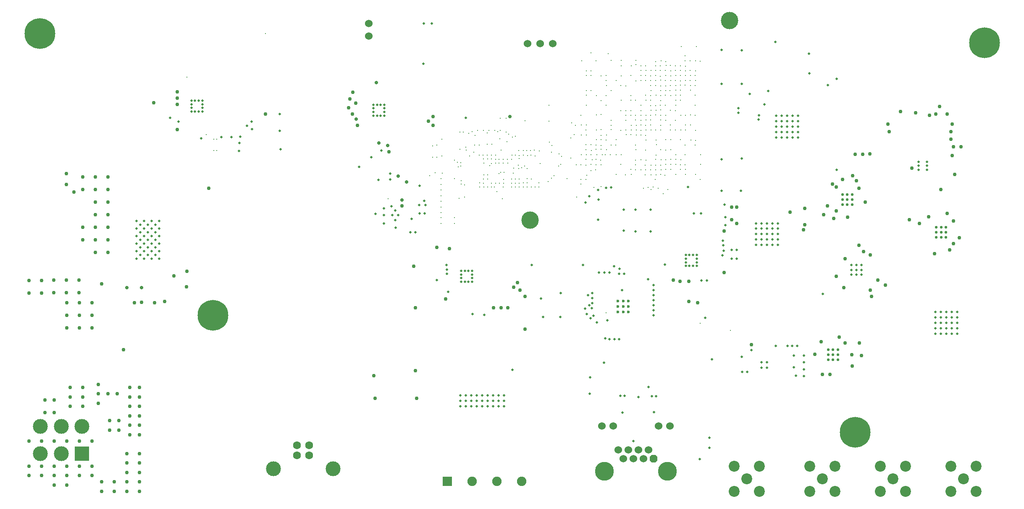
<source format=gbr>
%TF.GenerationSoftware,Altium Limited,Altium Designer,23.11.1 (41)*%
G04 Layer_Physical_Order=10*
G04 Layer_Color=65535*
%FSLAX45Y45*%
%MOMM*%
%TF.SameCoordinates,5B37CA9A-06B1-4671-AC7C-9F047A950D05*%
%TF.FilePolarity,Positive*%
%TF.FileFunction,Copper,L10,Inr,Signal*%
%TF.Part,Single*%
G01*
G75*
%TA.AperFunction,ComponentPad*%
%ADD110C,6.20000*%
%ADD111C,3.50000*%
%ADD112C,2.20000*%
%ADD113C,3.00000*%
%ADD114R,3.00000X3.00000*%
%ADD115R,1.90500X1.90500*%
%ADD116C,1.90500*%
%ADD117C,1.60000*%
%ADD118C,0.60000*%
%ADD119C,1.52400*%
G04:AMPARAMS|DCode=120|XSize=1.524mm|YSize=1.524mm|CornerRadius=0mm|HoleSize=0mm|Usage=FLASHONLY|Rotation=0.000|XOffset=0mm|YOffset=0mm|HoleType=Round|Shape=Octagon|*
%AMOCTAGOND120*
4,1,8,0.76200,-0.38100,0.76200,0.38100,0.38100,0.76200,-0.38100,0.76200,-0.76200,0.38100,-0.76200,-0.38100,-0.38100,-0.76200,0.38100,-0.76200,0.76200,-0.38100,0.0*
%
%ADD120OCTAGOND120*%

%ADD121C,3.81000*%
%TA.AperFunction,ViaPad*%
%ADD122C,0.76200*%
%ADD123C,0.50000*%
%ADD124C,0.30480*%
%ADD125C,0.50800*%
%ADD126C,0.71120*%
%ADD127C,0.55880*%
D110*
X16967200Y1447800D02*
D03*
X19574646Y9311709D02*
D03*
X533400Y9499600D02*
D03*
X4025798Y3806550D02*
D03*
D111*
X14438298Y9761666D02*
D03*
X10418298Y5731666D02*
D03*
D112*
X19151601Y507200D02*
D03*
X19405600Y761200D02*
D03*
Y253200D02*
D03*
X18897600D02*
D03*
Y761200D02*
D03*
X17729201Y508000D02*
D03*
X17983200Y762000D02*
D03*
Y254000D02*
D03*
X17475200D02*
D03*
Y762000D02*
D03*
X16306799Y508000D02*
D03*
X16560800Y762000D02*
D03*
Y254000D02*
D03*
X16052800D02*
D03*
Y762000D02*
D03*
X14782800Y508000D02*
D03*
X15036800Y762000D02*
D03*
Y254000D02*
D03*
X14528799D02*
D03*
Y762000D02*
D03*
D113*
X545200Y1017050D02*
D03*
X965200D02*
D03*
X545200Y1567050D02*
D03*
X965200D02*
D03*
X1385200D02*
D03*
X5240000Y711200D02*
D03*
X6444000D02*
D03*
D114*
X1385200Y1017050D02*
D03*
D115*
X8749600Y457200D02*
D03*
D116*
X9249600D02*
D03*
X9749600D02*
D03*
X10249600D02*
D03*
D117*
X5967000Y1181200D02*
D03*
X5717000D02*
D03*
X5967000Y981200D02*
D03*
X5717000D02*
D03*
D118*
X12400600Y4095600D02*
D03*
Y3988600D02*
D03*
Y3881600D02*
D03*
X12293600Y4095600D02*
D03*
Y3988600D02*
D03*
Y3881600D02*
D03*
X12186600Y4095600D02*
D03*
Y3988600D02*
D03*
Y3881600D02*
D03*
D119*
X13004800Y1574800D02*
D03*
X12090400D02*
D03*
X13233400D02*
D03*
X12192000Y1092200D02*
D03*
X12395200D02*
D03*
X12598400D02*
D03*
X12801601D02*
D03*
X12293600Y914400D02*
D03*
X12496800D02*
D03*
X12700000D02*
D03*
X11861800Y1574800D02*
D03*
X7162800Y9702800D02*
D03*
Y9448800D02*
D03*
X10871200Y9296400D02*
D03*
X10363200D02*
D03*
X10617200D02*
D03*
D120*
X12903200Y914400D02*
D03*
D121*
X11912600Y660400D02*
D03*
X13182600D02*
D03*
D122*
X2222500Y3111500D02*
D03*
X571500Y4254500D02*
D03*
Y4508500D02*
D03*
X317500Y4254500D02*
D03*
Y4508500D02*
D03*
X1079500Y3810000D02*
D03*
Y3556000D02*
D03*
Y4064000D02*
D03*
X817791Y4517800D02*
D03*
Y4263800D02*
D03*
X1325791Y4517800D02*
D03*
X1071791D02*
D03*
X1325791Y4263800D02*
D03*
X1071791D02*
D03*
X1587500Y4064000D02*
D03*
X1333500D02*
D03*
X1587500Y3556000D02*
D03*
Y3810000D02*
D03*
X1333500Y3556000D02*
D03*
Y3810000D02*
D03*
X1219200Y6299200D02*
D03*
X1778000Y4445000D02*
D03*
X1905000Y5080000D02*
D03*
X1651000D02*
D03*
Y6096000D02*
D03*
Y5842000D02*
D03*
Y5588000D02*
D03*
X1905000Y6096000D02*
D03*
Y5842000D02*
D03*
Y5588000D02*
D03*
X1397000D02*
D03*
X1905000Y5334000D02*
D03*
X1651000D02*
D03*
X1397000D02*
D03*
Y6350000D02*
D03*
X1651000D02*
D03*
X1905000D02*
D03*
X1397000Y6604000D02*
D03*
X1651000D02*
D03*
X1905000D02*
D03*
X15661127Y5889671D02*
D03*
X15925800Y5537200D02*
D03*
X15951199Y5638800D02*
D03*
Y5969000D02*
D03*
X16332201Y5842000D02*
D03*
X16408400Y6019800D02*
D03*
X16510736Y6461760D02*
D03*
X16535400Y5765800D02*
D03*
X16814799Y5791200D02*
D03*
X16586200Y5918200D02*
D03*
Y6400800D02*
D03*
X16713200Y6553200D02*
D03*
X16992599Y6527800D02*
D03*
X16916400Y6629400D02*
D03*
X17170399Y6096000D02*
D03*
X17043401Y6375400D02*
D03*
X18872200Y5130800D02*
D03*
X18059399Y5740400D02*
D03*
X18262601Y5664200D02*
D03*
X18567400Y5054600D02*
D03*
X18948399Y5257800D02*
D03*
X19067780Y5377180D02*
D03*
X18948399Y5715000D02*
D03*
X18821400Y5867400D02*
D03*
X18449211Y5796400D02*
D03*
X18465800Y7848600D02*
D03*
X18592799Y7874000D02*
D03*
X18821400D02*
D03*
X17627600Y7670800D02*
D03*
X17653000Y7518400D02*
D03*
X18186400Y7899400D02*
D03*
X17881599Y7924800D02*
D03*
X18694400Y6350000D02*
D03*
X18110201Y6781800D02*
D03*
X18973801Y6654800D02*
D03*
X18923000Y7035800D02*
D03*
X19100800Y7213600D02*
D03*
X18948399D02*
D03*
X18897600Y7366000D02*
D03*
Y7518400D02*
D03*
X18923000Y7670800D02*
D03*
X18669000Y8026400D02*
D03*
X17272000Y5029200D02*
D03*
X17043401Y5224780D02*
D03*
X17136404Y5096805D02*
D03*
X16764000Y4953000D02*
D03*
X17576801Y4419600D02*
D03*
X17424400Y4521200D02*
D03*
X17272000Y4318000D02*
D03*
X16586200Y4597400D02*
D03*
X16738600Y4368800D02*
D03*
X17297400Y4191000D02*
D03*
X16648198Y3367002D02*
D03*
X16154401Y3022600D02*
D03*
X16306799Y2616200D02*
D03*
X16459998Y2616998D02*
D03*
X16913206Y2784135D02*
D03*
X17094200Y2997200D02*
D03*
X17052296Y3251200D02*
D03*
X16901402Y3012198D02*
D03*
X16764000Y3251200D02*
D03*
X16281400Y3276600D02*
D03*
X8534400Y5181600D02*
D03*
X8788400Y5156200D02*
D03*
X8712200Y4140200D02*
D03*
X7264400Y2590800D02*
D03*
X7289800Y2133600D02*
D03*
X8128000D02*
D03*
X8102600Y2692400D02*
D03*
X8075400Y4802400D02*
D03*
X8102600Y3962400D02*
D03*
X9829800D02*
D03*
X9677400D02*
D03*
X9964400Y3962059D02*
D03*
X10312400Y3530600D02*
D03*
Y4191000D02*
D03*
X10210800Y4318000D02*
D03*
X10083800Y4376000D02*
D03*
X10160000Y4470400D02*
D03*
X13792200Y4064000D02*
D03*
X14478000Y5994400D02*
D03*
X14579601D02*
D03*
Y5664200D02*
D03*
X14478000Y5740400D02*
D03*
X14325600Y5511800D02*
D03*
Y4673600D02*
D03*
X13302000Y4523627D02*
D03*
X13614400Y4089400D02*
D03*
X13435201Y4499200D02*
D03*
X13614400Y4495800D02*
D03*
X6832600Y7874000D02*
D03*
X6937790Y7641810D02*
D03*
X8458200Y7645400D02*
D03*
Y7823200D02*
D03*
X8371790Y7731810D02*
D03*
X7569200Y7112000D02*
D03*
X6784810Y8181810D02*
D03*
X6904707Y8091810D02*
D03*
X6756400Y8001000D02*
D03*
X6846990Y8316810D02*
D03*
X7837408Y6016679D02*
D03*
X3937000Y6375400D02*
D03*
X2844800Y4064000D02*
D03*
X3048000Y4089400D02*
D03*
X3493810Y4382810D02*
D03*
X3501390Y4702810D02*
D03*
X3235706Y4607306D02*
D03*
X2438400Y4064000D02*
D03*
X2585806Y4068994D02*
D03*
X3302000Y7556500D02*
D03*
X2832540Y8103040D02*
D03*
X3302000Y8064500D02*
D03*
Y8318500D02*
D03*
Y8191500D02*
D03*
X5080000Y7874000D02*
D03*
X14876781Y3220720D02*
D03*
X17119600Y7061200D02*
D03*
X17270139Y7067129D02*
D03*
X16967200Y7061200D02*
D03*
X1066800Y6671060D02*
D03*
Y6451600D02*
D03*
X2129040Y1683967D02*
D03*
Y1493467D02*
D03*
X1938540D02*
D03*
Y1683967D02*
D03*
X1397000Y2349500D02*
D03*
Y2159000D02*
D03*
Y1968500D02*
D03*
X1143000Y2349500D02*
D03*
Y2159000D02*
D03*
Y1968500D02*
D03*
X1333500Y1270000D02*
D03*
X1587500D02*
D03*
X825500D02*
D03*
X1079500D02*
D03*
X317500D02*
D03*
X571500D02*
D03*
Y762000D02*
D03*
X317500D02*
D03*
X635000Y1841500D02*
D03*
Y2095500D02*
D03*
X825500Y1841500D02*
D03*
Y2095500D02*
D03*
X571500Y571500D02*
D03*
X317500D02*
D03*
X825500Y381000D02*
D03*
X1079500D02*
D03*
X1587500Y571500D02*
D03*
X1333500D02*
D03*
X1079500D02*
D03*
X825500D02*
D03*
Y762000D02*
D03*
X1079500D02*
D03*
X1333500D02*
D03*
X1587500D02*
D03*
X1905000Y2222500D02*
D03*
X2349500Y1587500D02*
D03*
Y1778000D02*
D03*
X2095500Y2222500D02*
D03*
X2349500Y1397000D02*
D03*
X1714500Y2032000D02*
D03*
X2540000Y1016000D02*
D03*
X2286000D02*
D03*
X2540000Y825500D02*
D03*
X2286000D02*
D03*
X2540000Y635000D02*
D03*
X2286000D02*
D03*
X2540000Y444500D02*
D03*
X2286000D02*
D03*
X2032000D02*
D03*
X1778000D02*
D03*
Y254000D02*
D03*
X2032000D02*
D03*
X2286000D02*
D03*
X2540000D02*
D03*
X1714500Y2222500D02*
D03*
Y2413000D02*
D03*
X2540000Y2349500D02*
D03*
X2349500D02*
D03*
Y2159000D02*
D03*
Y1968500D02*
D03*
X2540000Y1397000D02*
D03*
Y1587500D02*
D03*
Y1778000D02*
D03*
Y1968500D02*
D03*
Y2159000D02*
D03*
D123*
X18416400Y6751400D02*
D03*
Y6829400D02*
D03*
Y6907400D02*
D03*
X18244400D02*
D03*
Y6829400D02*
D03*
Y6751400D02*
D03*
X7697408Y5734796D02*
D03*
X7754908Y5829796D02*
D03*
X7639908D02*
D03*
X7697408Y5924796D02*
D03*
X7477600Y7915310D02*
D03*
Y7988310D02*
D03*
Y8061810D02*
D03*
X7331065Y7841770D02*
D03*
X7404065D02*
D03*
X7477565D02*
D03*
X7257400Y7915310D02*
D03*
Y7841810D02*
D03*
Y7988310D02*
D03*
Y8061810D02*
D03*
X7331100D02*
D03*
X7404100D02*
D03*
X13555200Y4951600D02*
D03*
Y4878600D02*
D03*
Y4804900D02*
D03*
X13628700D02*
D03*
X13775200D02*
D03*
X13701700D02*
D03*
X13775240Y5025065D02*
D03*
Y4951565D02*
D03*
Y4878565D02*
D03*
X13555200Y5025100D02*
D03*
X13628700D02*
D03*
X13701700D02*
D03*
X3810035Y7998340D02*
D03*
Y8071339D02*
D03*
Y8144839D02*
D03*
X3663500Y7924800D02*
D03*
X3736500D02*
D03*
X3810000D02*
D03*
X3589835Y7998340D02*
D03*
Y7924840D02*
D03*
Y8071339D02*
D03*
Y8144839D02*
D03*
X3663535D02*
D03*
X3736535D02*
D03*
X15814799Y7400000D02*
D03*
X15704800D02*
D03*
X15594800D02*
D03*
X15484801D02*
D03*
X15374800D02*
D03*
X15814799Y7510000D02*
D03*
X15704800D02*
D03*
X15594800D02*
D03*
X15484801D02*
D03*
X15374800D02*
D03*
X15814799Y7620000D02*
D03*
X15704800D02*
D03*
X15594800D02*
D03*
X15484801D02*
D03*
X15374800D02*
D03*
X15814799Y7730000D02*
D03*
X15704800D02*
D03*
X15594800D02*
D03*
X15484801D02*
D03*
X15374800D02*
D03*
X15814799Y7840000D02*
D03*
X15704800D02*
D03*
X15594800D02*
D03*
X15484801D02*
D03*
X15374800D02*
D03*
X17097539Y4627652D02*
D03*
X16997539D02*
D03*
Y4827652D02*
D03*
X16897539D02*
D03*
Y4627652D02*
D03*
Y4727652D02*
D03*
X16997539D02*
D03*
X17097539Y4827652D02*
D03*
Y4727652D02*
D03*
X15193401Y2861700D02*
D03*
Y2751700D02*
D03*
X15083400Y2861700D02*
D03*
Y2751700D02*
D03*
X9249500Y4559500D02*
D03*
Y4632500D02*
D03*
Y4706000D02*
D03*
X9102965Y4485960D02*
D03*
X9175965D02*
D03*
X9249465D02*
D03*
X9029300Y4559500D02*
D03*
Y4486000D02*
D03*
Y4632500D02*
D03*
Y4706000D02*
D03*
X9103000D02*
D03*
X9176000D02*
D03*
X18584399Y3877600D02*
D03*
X18694400D02*
D03*
X18804401D02*
D03*
X18914400D02*
D03*
X19024400D02*
D03*
X18584399Y3767600D02*
D03*
X18694400D02*
D03*
X18804401D02*
D03*
X18914400D02*
D03*
X19024400D02*
D03*
X18584399Y3657600D02*
D03*
X18694400D02*
D03*
X18804401D02*
D03*
X18914400D02*
D03*
X19024400D02*
D03*
X18584399Y3547600D02*
D03*
X18694400D02*
D03*
X18804401D02*
D03*
X18914400D02*
D03*
X19024400D02*
D03*
X18584399Y3437600D02*
D03*
X18694400D02*
D03*
X18804401D02*
D03*
X18914400D02*
D03*
X19024400D02*
D03*
X15409200Y5228300D02*
D03*
X15299200D02*
D03*
X15189200D02*
D03*
X15079201D02*
D03*
X14969200D02*
D03*
X15409200Y5338300D02*
D03*
X15299200D02*
D03*
X15189200D02*
D03*
X15079201D02*
D03*
X14969200D02*
D03*
X15409200Y5448300D02*
D03*
X15299200D02*
D03*
X15189200D02*
D03*
X15079201D02*
D03*
X14969200D02*
D03*
X15409200Y5558300D02*
D03*
X15299200D02*
D03*
X15189200D02*
D03*
X15079201D02*
D03*
X14969200D02*
D03*
X15409200Y5668300D02*
D03*
X15299200D02*
D03*
X15189200D02*
D03*
X15079201D02*
D03*
X14969200D02*
D03*
X9008800Y1972800D02*
D03*
Y2082800D02*
D03*
Y2192800D02*
D03*
X9118800Y1972800D02*
D03*
Y2082800D02*
D03*
Y2192800D02*
D03*
X9228800Y1972800D02*
D03*
Y2082800D02*
D03*
Y2192800D02*
D03*
X9338800Y1972800D02*
D03*
Y2082800D02*
D03*
Y2192800D02*
D03*
X9448800Y1972800D02*
D03*
Y2082800D02*
D03*
Y2192800D02*
D03*
X9558800Y1972800D02*
D03*
Y2082800D02*
D03*
Y2192800D02*
D03*
X9668800Y1972800D02*
D03*
Y2082800D02*
D03*
Y2192800D02*
D03*
X9778800Y1972800D02*
D03*
Y2082800D02*
D03*
Y2192800D02*
D03*
X9888800Y1972800D02*
D03*
Y2082800D02*
D03*
Y2192800D02*
D03*
D124*
X10117598Y7421102D02*
D03*
X8892588Y5778500D02*
D03*
Y6944360D02*
D03*
X8623300Y5664200D02*
D03*
X13849350Y3651250D02*
D03*
X14452600Y3505200D02*
D03*
X3500540Y8618640D02*
D03*
X3884835Y7456265D02*
D03*
X4102100Y7137400D02*
D03*
X4038600D02*
D03*
Y7366000D02*
D03*
X4102100D02*
D03*
X10797540Y8054340D02*
D03*
X10795000Y7733050D02*
D03*
X10317500Y7739400D02*
D03*
X9873902Y6879987D02*
D03*
X9954225Y7315200D02*
D03*
X10051413Y7043810D02*
D03*
X9830678Y7144142D02*
D03*
X9391480Y7243216D02*
D03*
X10198082Y7034285D02*
D03*
X9131300Y7142480D02*
D03*
X9302750Y7245350D02*
D03*
X8986520Y6172200D02*
D03*
X9024620Y6456680D02*
D03*
X8968740Y6804660D02*
D03*
X8950960Y6901180D02*
D03*
X10184939Y7135321D02*
D03*
X10064750Y7410450D02*
D03*
X9810750Y7374890D02*
D03*
X9645650Y7263130D02*
D03*
X9552618Y7264400D02*
D03*
X9555480Y7493000D02*
D03*
X9633933Y7042163D02*
D03*
X9987280Y7470140D02*
D03*
X9761220Y7518400D02*
D03*
X9311640Y7439660D02*
D03*
X9123680Y7203440D02*
D03*
X9552618Y7043020D02*
D03*
X9093200Y6197600D02*
D03*
X10039980Y6479987D02*
D03*
X10124458Y6479987D02*
D03*
X12446000Y6756400D02*
D03*
X11945620Y3863340D02*
D03*
X13137086Y6641132D02*
D03*
X13051463Y6655510D02*
D03*
X13103860Y6261100D02*
D03*
X12999977Y6374126D02*
D03*
X12899977Y6400996D02*
D03*
X13195300Y6351009D02*
D03*
X13151463Y6755510D02*
D03*
X12799977Y6390026D02*
D03*
X12458700Y6654800D02*
D03*
X12851129Y6840967D02*
D03*
X12755880Y6945630D02*
D03*
X12338100Y6642100D02*
D03*
X12748260Y7147560D02*
D03*
X12651184Y6950202D02*
D03*
X12649200Y6748780D02*
D03*
X12544454Y6751474D02*
D03*
Y6851474D02*
D03*
X13251463Y6755510D02*
D03*
X13048489Y6844464D02*
D03*
X13251463Y6955510D02*
D03*
Y6855510D02*
D03*
X13451463Y6755510D02*
D03*
X13551463D02*
D03*
X13444453Y6851474D02*
D03*
X13351463Y6855510D02*
D03*
Y6655510D02*
D03*
X13155499Y6948500D02*
D03*
X13351463Y7055510D02*
D03*
X13251463Y7155510D02*
D03*
X13749020Y8549640D02*
D03*
X13545821Y8839200D02*
D03*
X12750800Y8750300D02*
D03*
X12951460Y8549640D02*
D03*
X13251180D02*
D03*
X13548360Y8651240D02*
D03*
X13654865Y8449135D02*
D03*
X13540286Y8458200D02*
D03*
X13645090Y8550839D02*
D03*
Y8950839D02*
D03*
X13749126Y8945099D02*
D03*
X13645090Y8750839D02*
D03*
X13650829Y8654875D02*
D03*
X13549126Y8745099D02*
D03*
X13545090Y8950839D02*
D03*
Y9050839D02*
D03*
X13650829Y7654875D02*
D03*
X13345090Y7750839D02*
D03*
X13454865Y7549135D02*
D03*
X13345090Y7550839D02*
D03*
X13245090D02*
D03*
X13049126Y7645099D02*
D03*
Y7845099D02*
D03*
X13050830Y7954875D02*
D03*
X12750829Y8154875D02*
D03*
X12850830D02*
D03*
X12745089Y8250839D02*
D03*
X12849126Y8245099D02*
D03*
X12954053Y8259088D02*
D03*
X13454865Y7849135D02*
D03*
X13245090Y7950839D02*
D03*
X13145090Y8050839D02*
D03*
X13045090D02*
D03*
X13254865Y8249135D02*
D03*
X13049126Y8245099D02*
D03*
X13145090Y8250839D02*
D03*
X13045090Y8850839D02*
D03*
X13157201Y8851900D02*
D03*
X12945090Y8850839D02*
D03*
Y8650839D02*
D03*
X13150830Y8654875D02*
D03*
X13245090Y8450839D02*
D03*
X13354865Y8149135D02*
D03*
X13450830Y8254875D02*
D03*
X13350830Y8354875D02*
D03*
X13151974Y8932649D02*
D03*
X13045090Y8750839D02*
D03*
X13044455Y8637305D02*
D03*
X12947981Y8932645D02*
D03*
X12845090Y8550839D02*
D03*
X12745089D02*
D03*
X12945090Y8450839D02*
D03*
X13049126Y8445099D02*
D03*
X13054865Y8949135D02*
D03*
X13249126Y8745099D02*
D03*
X13145090Y8750839D02*
D03*
X13249126Y8645099D02*
D03*
X13445090Y8850839D02*
D03*
Y8750839D02*
D03*
X13350830Y8654875D02*
D03*
X13450830D02*
D03*
X13449126Y8545099D02*
D03*
X13550830Y8554875D02*
D03*
X13450830Y8454875D02*
D03*
X13354865Y8449135D02*
D03*
X13049126Y8345099D02*
D03*
X13149126D02*
D03*
X13144501Y8547100D02*
D03*
X13149126Y8445099D02*
D03*
X12650469Y8552497D02*
D03*
Y8651987D02*
D03*
X12651572Y8753600D02*
D03*
X12848489Y8644464D02*
D03*
X12851463Y8755510D02*
D03*
X12549977Y8870475D02*
D03*
X12553490Y8953500D02*
D03*
X12152864Y8547100D02*
D03*
X11950982Y8548700D02*
D03*
X13151463Y6855510D02*
D03*
X13055499Y6948500D02*
D03*
Y6748500D02*
D03*
X12852400Y6350000D02*
D03*
X12848489Y6744464D02*
D03*
X12738100Y6642100D02*
D03*
X12740482Y6844528D02*
D03*
X11950700Y8648700D02*
D03*
X11849100Y7861300D02*
D03*
X11751464Y7855510D02*
D03*
X12052300Y7556500D02*
D03*
X12966701Y7251700D02*
D03*
X13150850Y7143750D02*
D03*
X13244453Y7651474D02*
D03*
X13551463Y7655510D02*
D03*
X13550900Y7848600D02*
D03*
X13347701Y7937500D02*
D03*
X13356064Y8255000D02*
D03*
X13235141Y8346187D02*
D03*
X12351464Y7455510D02*
D03*
X12700000Y6376409D02*
D03*
X12955499Y6648500D02*
D03*
X12943840Y6555740D02*
D03*
X12855499Y6648500D02*
D03*
X12748490Y6744464D02*
D03*
X12944453Y6751474D02*
D03*
X12948489Y6844464D02*
D03*
X12959081Y7045960D02*
D03*
X12448490Y8244464D02*
D03*
X12348490Y7744464D02*
D03*
X13844453Y6551474D02*
D03*
X13551463Y6655510D02*
D03*
X13544453Y6851474D02*
D03*
X13851463Y7055510D02*
D03*
X13544453Y7251474D02*
D03*
X12951463Y6955510D02*
D03*
X13251463Y7355510D02*
D03*
X13744450Y7851471D02*
D03*
X13744453Y8251474D02*
D03*
Y8651474D02*
D03*
X13848489Y8944464D02*
D03*
X13348489Y8844464D02*
D03*
X12451464Y8655510D02*
D03*
X12655500Y8848500D02*
D03*
X12255500D02*
D03*
X12251464Y8955510D02*
D03*
X11444454Y7851474D02*
D03*
X12048490Y7744464D02*
D03*
Y7244464D02*
D03*
X12247880Y6855460D02*
D03*
X11851640Y6405880D02*
D03*
X12538098Y6942099D02*
D03*
X13544453Y7051474D02*
D03*
X13751463Y6655510D02*
D03*
X12037660Y7055410D02*
D03*
X11871960Y7056120D02*
D03*
X11841480Y6944360D02*
D03*
X11936310Y7053580D02*
D03*
X11736345Y6745245D02*
D03*
X11744960Y6845881D02*
D03*
X11561911Y6636851D02*
D03*
X12551464Y7155510D02*
D03*
X12544454Y7251474D02*
D03*
X13051463Y7155510D02*
D03*
X13151463Y7355510D02*
D03*
X13851463Y6855510D02*
D03*
X13051463Y8555510D02*
D03*
X13451463Y8355510D02*
D03*
Y8155510D02*
D03*
X13351463Y8055510D02*
D03*
X13651463Y7855510D02*
D03*
X13744453Y8051474D02*
D03*
X13651463Y8355510D02*
D03*
X13744453Y8451474D02*
D03*
X13771523Y9238563D02*
D03*
X13461313Y9234527D02*
D03*
X13748489Y8744464D02*
D03*
X13344453Y8551474D02*
D03*
Y8751474D02*
D03*
X13246100Y8851900D02*
D03*
X11645900Y9105900D02*
D03*
X11988800Y9093200D02*
D03*
X11849100Y7442200D02*
D03*
X12052300Y7645400D02*
D03*
X12151464Y6655510D02*
D03*
X13455499Y6948500D02*
D03*
X13351463Y6955510D02*
D03*
X13451463Y7355510D02*
D03*
X13655499Y7348500D02*
D03*
X13748489Y7344464D02*
D03*
X13744453Y7251474D02*
D03*
X13551463Y7555510D02*
D03*
X13748489Y7544464D02*
D03*
X12455500Y7648500D02*
D03*
X12451464Y7455510D02*
D03*
X12555500Y7448500D02*
D03*
X12755500Y7348500D02*
D03*
X12648490Y7544464D02*
D03*
X12655500Y7448500D02*
D03*
X12555500Y7648500D02*
D03*
X12651464Y7655510D02*
D03*
X12855499Y7548500D02*
D03*
X12751464Y7755510D02*
D03*
X12748490Y7644464D02*
D03*
X12751464Y7555510D02*
D03*
X12748490Y7444464D02*
D03*
X12955499Y7348500D02*
D03*
X12951463Y7555510D02*
D03*
X13051463D02*
D03*
Y7755510D02*
D03*
X12844453Y7751474D02*
D03*
Y7651474D02*
D03*
X13155499Y7748500D02*
D03*
X13148486Y7844461D02*
D03*
X13048489Y8144464D02*
D03*
X12948489Y8044464D02*
D03*
X12844453Y8451474D02*
D03*
X12855499Y8348500D02*
D03*
X12744454Y8651474D02*
D03*
X12949277Y8750987D02*
D03*
X12748490Y8844464D02*
D03*
X12455500Y8848500D02*
D03*
X12548490Y8544464D02*
D03*
X12244454Y8451474D02*
D03*
X12348490Y8444464D02*
D03*
X11955500Y8448500D02*
D03*
X12255500Y8648500D02*
D03*
X11455500Y8948500D02*
D03*
X12051464Y8955510D02*
D03*
X11744454Y8951474D02*
D03*
X11555500Y8748500D02*
D03*
X11648490Y8744464D02*
D03*
X11848490Y8644464D02*
D03*
X11644454Y8651474D02*
D03*
X11551464Y8655510D02*
D03*
X11648490Y8344464D02*
D03*
X11551464Y8055510D02*
D03*
Y8255510D02*
D03*
X11555500Y8348500D02*
D03*
X11755500Y8248500D02*
D03*
X12048490Y8344464D02*
D03*
X11948490Y8244464D02*
D03*
X11951464Y8055510D02*
D03*
X11848489Y8144461D02*
D03*
X12251464Y8155510D02*
D03*
X12451464D02*
D03*
X12848489Y8044464D02*
D03*
X12544454Y8151474D02*
D03*
X12651464Y8055510D02*
D03*
X12951463Y7855510D02*
D03*
X12848489Y7844464D02*
D03*
X12955499Y7948500D02*
D03*
X12855499D02*
D03*
X12648490Y7944464D02*
D03*
X12448490D02*
D03*
X12248490D02*
D03*
X12348490D02*
D03*
X12348488Y7844461D02*
D03*
X12447627Y7849287D02*
D03*
X12755500Y7848500D02*
D03*
X12655500D02*
D03*
X12544454Y7851474D02*
D03*
X12648490Y7744464D02*
D03*
X12544454Y7751474D02*
D03*
X12555500Y7548500D02*
D03*
X12248490Y7544464D02*
D03*
X12455500Y7548500D02*
D03*
X12344454Y7551474D02*
D03*
X12153900Y7353300D02*
D03*
X12151464Y7055510D02*
D03*
X12255500Y7048500D02*
D03*
X11031220Y6859940D02*
D03*
X11644555D02*
D03*
X11843461Y7556500D02*
D03*
X11699977Y6388100D02*
D03*
X9721295Y7039987D02*
D03*
X9588500Y7543800D02*
D03*
X9563100Y6642100D02*
D03*
X9859010Y6160770D02*
D03*
X7551358Y6167058D02*
D03*
X8394700Y6629400D02*
D03*
X8502650Y6686550D02*
D03*
X8540750Y7245350D02*
D03*
X8451850Y7232650D02*
D03*
X8540750Y7004050D02*
D03*
X8451850D02*
D03*
X8890000Y5664200D02*
D03*
X9004300Y7505700D02*
D03*
X9931400Y7785100D02*
D03*
X9817100D02*
D03*
X8636000Y7366000D02*
D03*
Y7023100D02*
D03*
X8648700Y6680200D02*
D03*
X8623300Y6565900D02*
D03*
Y6451600D02*
D03*
Y6337300D02*
D03*
Y6223000D02*
D03*
Y6108700D02*
D03*
Y5994400D02*
D03*
Y5880100D02*
D03*
Y5778500D02*
D03*
X10199980Y6559987D02*
D03*
X10119980D02*
D03*
X10039980D02*
D03*
X9873902Y6959324D02*
D03*
X9786714Y6879987D02*
D03*
X9067800Y7505700D02*
D03*
X9182100Y7480300D02*
D03*
X9098262Y6443962D02*
D03*
X9029700Y6527800D02*
D03*
X8890000Y6565900D02*
D03*
X9486900Y6642100D02*
D03*
X9478377Y6558669D02*
D03*
X9563100Y6564378D02*
D03*
X9601200Y6832600D02*
D03*
X9194800Y7023100D02*
D03*
X9931400Y7506896D02*
D03*
X10048258Y6959714D02*
D03*
X9957296Y6959987D02*
D03*
X9964438Y6883042D02*
D03*
X10353642Y6774780D02*
D03*
X9894792Y6692834D02*
D03*
X10846853Y6582193D02*
D03*
X10303434Y6821496D02*
D03*
X10896600Y6629400D02*
D03*
X9826239Y6694767D02*
D03*
X9017000Y6888480D02*
D03*
Y6819900D02*
D03*
X9004300Y7162801D02*
D03*
X9283700Y7099300D02*
D03*
X9389987Y7041553D02*
D03*
X9479979Y6477354D02*
D03*
X9245600Y7518400D02*
D03*
X9471302Y7040571D02*
D03*
X9817100Y7543800D02*
D03*
X9702800D02*
D03*
X9474200D02*
D03*
X9359900D02*
D03*
X11744555Y6960656D02*
D03*
X11760646Y7055410D02*
D03*
X11353800Y6197600D02*
D03*
X9634914Y6965052D02*
D03*
X9559980D02*
D03*
X9639979Y6878671D02*
D03*
X9479980Y6965052D02*
D03*
X9483729Y6883737D02*
D03*
X9398000Y6484620D02*
D03*
X9396899Y6402239D02*
D03*
X9489459Y6398860D02*
D03*
X9641849Y6399948D02*
D03*
X9745980Y6307045D02*
D03*
X10083833Y6778660D02*
D03*
X11546840Y7150100D02*
D03*
X11549978Y7049986D02*
D03*
X10180466Y6843350D02*
D03*
X11449977Y7049986D02*
D03*
X10185530Y6774957D02*
D03*
X11541760Y6957060D02*
D03*
X10993120Y6827538D02*
D03*
X11541660Y7256163D02*
D03*
X11048475Y7022920D02*
D03*
X10195560Y6972300D02*
D03*
X11640820Y7259320D02*
D03*
X11666220Y6951980D02*
D03*
X11646037Y7050903D02*
D03*
X11442869Y6553031D02*
D03*
X11849100Y7243025D02*
D03*
X11239500Y7394734D02*
D03*
X10857359Y7240140D02*
D03*
X9697474Y6400370D02*
D03*
X10623207Y6873288D02*
D03*
X10607040Y7129780D02*
D03*
X11236912Y6982460D02*
D03*
X10076180Y6683412D02*
D03*
X10284460Y7043420D02*
D03*
X10363200Y7038340D02*
D03*
X10283999Y7135321D02*
D03*
X10345420Y7139940D02*
D03*
X10502900Y7142480D02*
D03*
X10426700Y7137400D02*
D03*
X10119980Y7039985D02*
D03*
X10432010Y7039957D02*
D03*
X10515600Y7030720D02*
D03*
X10997852Y7069185D02*
D03*
X10850880Y7099950D02*
D03*
X11742420Y7163775D02*
D03*
X11655400Y7139318D02*
D03*
X10777220Y6507480D02*
D03*
X10195987Y6402664D02*
D03*
X10279980D02*
D03*
X11163300Y6573520D02*
D03*
X10590887Y6482671D02*
D03*
X10359980Y6401356D02*
D03*
Y6482671D02*
D03*
X10592658Y6400863D02*
D03*
X10359982Y6565892D02*
D03*
X10442235Y6565295D02*
D03*
X9799320Y6479540D02*
D03*
X9878060Y6398260D02*
D03*
X11744960Y7251100D02*
D03*
X9719979Y6879987D02*
D03*
X10124458Y6402664D02*
D03*
X10439980D02*
D03*
X10515600Y6403322D02*
D03*
X10279811Y6484638D02*
D03*
X9639300Y6477000D02*
D03*
X9720580Y6479540D02*
D03*
X9879983Y6479987D02*
D03*
X9884912Y6555140D02*
D03*
X11851040Y6850380D02*
D03*
X11442759Y6460656D02*
D03*
X10251440Y6789420D02*
D03*
X9786714Y6963729D02*
D03*
X11328400Y7645418D02*
D03*
X11303000Y7454900D02*
D03*
X11955780Y7155180D02*
D03*
X11845459Y7158821D02*
D03*
X11449977Y7649986D02*
D03*
X11549978Y7649986D02*
D03*
X10807700Y7302500D02*
D03*
X11645900Y6731000D02*
D03*
X9791700Y6667500D02*
D03*
X9720355Y6959987D02*
D03*
X10039979Y6402664D02*
D03*
X12146002Y7250431D02*
D03*
X11544300Y6553200D02*
D03*
X11539308Y6844564D02*
D03*
X9559980Y6399987D02*
D03*
X11345290Y6845300D02*
D03*
X10199980Y6479987D02*
D03*
X11445290Y6845300D02*
D03*
X11252200Y7696200D02*
D03*
X11751690Y7554064D02*
D03*
X11545900Y7551700D02*
D03*
X11549978Y7449986D02*
D03*
X11449978D02*
D03*
X11954055Y7448274D02*
D03*
X11948264Y7345910D02*
D03*
X11851690Y7354064D02*
D03*
X11751690D02*
D03*
X5080000Y9499600D02*
D03*
D125*
X8534400Y4521200D02*
D03*
X13604160Y6399987D02*
D03*
X15360304Y9326880D02*
D03*
X5384800Y7162800D02*
D03*
X5372100Y7531100D02*
D03*
Y7874000D02*
D03*
X4546600Y7124700D02*
D03*
X4559300Y7289800D02*
D03*
X4572000Y7416800D02*
D03*
X4394200Y7404100D02*
D03*
X4191000D02*
D03*
X4711700Y7632700D02*
D03*
X4813300Y7569200D02*
D03*
X4800600Y7721600D02*
D03*
X15773399Y2590800D02*
D03*
X15735300Y2755900D02*
D03*
Y2997200D02*
D03*
X15938499D02*
D03*
Y2857500D02*
D03*
Y2717800D02*
D03*
Y2578100D02*
D03*
X14681200Y2971800D02*
D03*
X14693900Y2667000D02*
D03*
X14795500D02*
D03*
X14876781Y3108029D02*
D03*
X15367000Y3187700D02*
D03*
X15608299D02*
D03*
X15798801D02*
D03*
X15697200D02*
D03*
X8432800Y9702800D02*
D03*
X16319501Y4241800D02*
D03*
X16598900Y6743700D02*
D03*
X14350999Y5791200D02*
D03*
X14084300Y2921000D02*
D03*
X13944600Y3759200D02*
D03*
X7416800Y7137400D02*
D03*
X7213108Y6997700D02*
D03*
X3327400Y7721600D02*
D03*
X3160610Y7799490D02*
D03*
X3784600Y7378700D02*
D03*
X11620500Y2222500D02*
D03*
X10061800Y2708500D02*
D03*
X10454640Y4826000D02*
D03*
X10634980Y4147820D02*
D03*
X10675620Y3779520D02*
D03*
X11026140D02*
D03*
X11031220Y4257040D02*
D03*
X11480800Y4823460D02*
D03*
X9494520Y3817620D02*
D03*
X9260840Y3839210D02*
D03*
X8735060Y4826000D02*
D03*
X8737940Y4646000D02*
D03*
X8742546Y4736000D02*
D03*
X8763315Y4286000D02*
D03*
X8276180Y9699400D02*
D03*
X8269380Y8886600D02*
D03*
X11582400Y4216400D02*
D03*
X12268600Y4317600D02*
D03*
X12848703Y5504200D02*
D03*
Y5943600D02*
D03*
X12052300Y6390339D02*
D03*
X11696700Y3797300D02*
D03*
X12540000Y5943600D02*
D03*
X11531600Y6083300D02*
D03*
X11785600Y6337300D02*
D03*
X11950700Y6386950D02*
D03*
X13716000Y5867400D02*
D03*
X14350999Y5626100D02*
D03*
X13138150Y4832350D02*
D03*
X14478000Y5130800D02*
D03*
X14579601D02*
D03*
X14478000Y4953000D02*
D03*
X14579601D02*
D03*
X14306551Y5314950D02*
D03*
X14312900Y5219700D02*
D03*
X14319250Y5111750D02*
D03*
X14293851Y5022850D02*
D03*
X13982700Y4508500D02*
D03*
X13874750Y4514850D02*
D03*
X13859898Y5867400D02*
D03*
X14338300Y6045200D02*
D03*
X14668500Y6324600D02*
D03*
X14274800D02*
D03*
X14681200Y6972300D02*
D03*
X14274800Y6959600D02*
D03*
X15024100Y7759700D02*
D03*
X15033200Y7845000D02*
D03*
X15138400Y8064500D02*
D03*
X14617700Y7899400D02*
D03*
Y7988300D02*
D03*
X14846300Y8280400D02*
D03*
X16421100Y8458200D02*
D03*
X16600951Y8587250D02*
D03*
X16043336Y8696264D02*
D03*
X16040100Y9093200D02*
D03*
X15218900Y8339600D02*
D03*
X14274800Y9169400D02*
D03*
X14681200Y9156700D02*
D03*
Y8483600D02*
D03*
X14274800D02*
D03*
X12301200Y5943600D02*
D03*
X12540000Y5506700D02*
D03*
X12301200Y5516900D02*
D03*
X11785600Y5740400D02*
D03*
X11798300Y6146800D02*
D03*
X12496800Y1270000D02*
D03*
X11607800Y4013200D02*
D03*
X11557000Y3835400D02*
D03*
X11636993Y3747787D02*
D03*
X11930497Y3345297D02*
D03*
X12214977Y3329823D02*
D03*
X12115800Y3327400D02*
D03*
X12014200D02*
D03*
X11808577Y4671177D02*
D03*
X11912600Y4673600D02*
D03*
X12014200D02*
D03*
X12217400Y4749800D02*
D03*
X12113377Y4798177D02*
D03*
X12214977Y4645777D02*
D03*
X12316577D02*
D03*
X12903200Y3810000D02*
D03*
Y3911600D02*
D03*
Y4013200D02*
D03*
Y4114800D02*
D03*
Y4216400D02*
D03*
Y4318000D02*
D03*
Y4419600D02*
D03*
X14033501Y1130300D02*
D03*
Y1333500D02*
D03*
X12801601Y2362200D02*
D03*
X13837920Y909320D02*
D03*
X12280900Y1841500D02*
D03*
X12915900Y1854200D02*
D03*
X12960350Y2171700D02*
D03*
X12871449D02*
D03*
X12236450Y2184400D02*
D03*
X12325350D02*
D03*
X12598400Y2159000D02*
D03*
X11625580Y2557780D02*
D03*
X11906250Y2851150D02*
D03*
X11672587Y4255787D02*
D03*
Y4154187D02*
D03*
X11667507Y4052587D02*
D03*
X11526520Y3947160D02*
D03*
X11662427Y3950987D02*
D03*
X11764127Y3664067D02*
D03*
X12793980Y4541520D02*
D03*
X11971020Y3708400D02*
D03*
X11611077Y6218657D02*
D03*
X6972300Y6807200D02*
D03*
X7360920Y6548120D02*
D03*
X7594600Y6553200D02*
D03*
Y6667500D02*
D03*
X7620000Y6007100D02*
D03*
X7302500Y5854700D02*
D03*
X7467600Y5829300D02*
D03*
Y5969000D02*
D03*
Y5664200D02*
D03*
X8292004Y5866304D02*
D03*
X8190404D02*
D03*
X8028805Y5755505D02*
D03*
X7708900Y5575300D02*
D03*
X8103808Y5487608D02*
D03*
X8002208D02*
D03*
X8286750Y6121400D02*
D03*
X8309784Y6036484D02*
D03*
X8182784D02*
D03*
X8188898Y6423598D02*
D03*
X9118600Y7797800D02*
D03*
X2484206Y5718810D02*
D03*
X2636606D02*
D03*
X2789006D02*
D03*
X2941406D02*
D03*
X2865206Y5642610D02*
D03*
X2560406D02*
D03*
X2941406Y5566410D02*
D03*
X2789006D02*
D03*
X2636606D02*
D03*
X2484206D02*
D03*
X2865206Y5490210D02*
D03*
X2560406D02*
D03*
X2941406Y5414010D02*
D03*
X2789006D02*
D03*
X2636606D02*
D03*
X2484206D02*
D03*
X2865206Y5337810D02*
D03*
X2560406D02*
D03*
X2941406Y5261610D02*
D03*
X2789006D02*
D03*
X2636606D02*
D03*
X2484206D02*
D03*
X2865206Y5185410D02*
D03*
X2712806D02*
D03*
X2560406D02*
D03*
X2941406Y5109210D02*
D03*
X2789006D02*
D03*
X2636606D02*
D03*
X2865206Y5033010D02*
D03*
X2712806D02*
D03*
X2941406Y4956810D02*
D03*
X2789006D02*
D03*
X2636606D02*
D03*
X2484206D02*
D03*
Y5109210D02*
D03*
X2560406Y5033010D02*
D03*
X2712806Y5642610D02*
D03*
Y5490210D02*
D03*
Y5337810D02*
D03*
D126*
X6908800Y7772400D02*
D03*
X7543800Y7239000D02*
D03*
X7366000Y7289800D02*
D03*
X7315200Y8509000D02*
D03*
X7924800Y6502400D02*
D03*
X7758295Y6618105D02*
D03*
X7837408Y6135608D02*
D03*
X2286000Y4368800D02*
D03*
X2585806Y4365317D02*
D03*
X10007600Y7825740D02*
D03*
D127*
X18602800Y5586400D02*
D03*
Y5486400D02*
D03*
Y5386400D02*
D03*
X18702800D02*
D03*
Y5486400D02*
D03*
Y5586400D02*
D03*
X18802800D02*
D03*
Y5486400D02*
D03*
Y5386400D02*
D03*
X16424998Y2912198D02*
D03*
X16524998D02*
D03*
X16624998D02*
D03*
Y3012198D02*
D03*
X16524998D02*
D03*
X16424998D02*
D03*
Y3112198D02*
D03*
X16524998D02*
D03*
X16624998D02*
D03*
X16913200Y6046800D02*
D03*
Y6146800D02*
D03*
Y6246800D02*
D03*
X16813200D02*
D03*
Y6146800D02*
D03*
Y6046800D02*
D03*
X16713200D02*
D03*
Y6146800D02*
D03*
Y6246800D02*
D03*
%TF.MD5,ae1dbd1c2417de20c792644c7494c3a6*%
M02*

</source>
